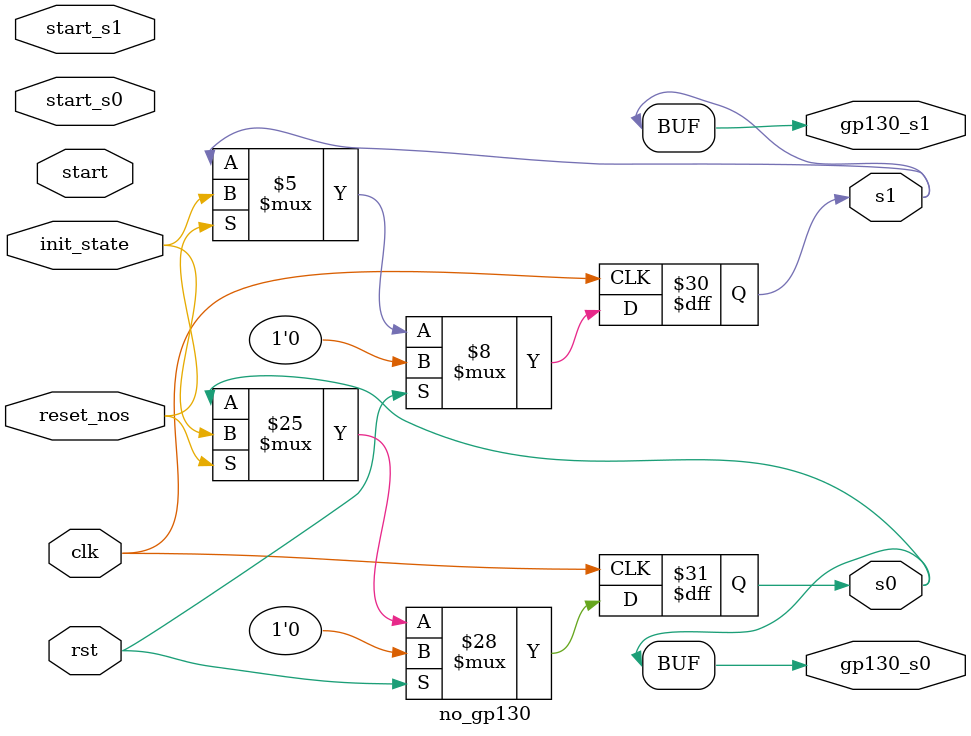
<source format=v>

module no_gp130
(
  input clk,
  input start,
  input rst,
  input reset_nos,
  input start_s0,
  input start_s1,
  input init_state,
  output reg [1-1:0] s0,
  output reg [1-1:0] s1,
  output [1-1:0] gp130_s0,
  output [1-1:0] gp130_s1
);

  reg pass;

  always @(posedge clk) begin
    if(rst) begin
      s0 <= 1'd0;
      pass <= 1'b0;
    end else begin
      if(reset_nos) begin
        s0 <= init_state;
        pass <= 1;
      end else begin
        if(start_s0) begin
          if(pass) begin
            s0 <=  s0 ;
            pass <= 0;
          end else begin
            pass <= 1;
          end
        end 
      end
    end
  end


  always @(posedge clk) begin
    if(rst) begin
      s1 <= 1'd0;
    end else begin
      if(reset_nos) begin
        s1 <= init_state;
      end else begin
        if(start_s1) begin
          s1 <=  s1 ;
        end 
      end
    end
  end

  assign gp130_s0 = s0;
  assign gp130_s1 = s1;

endmodule

</source>
